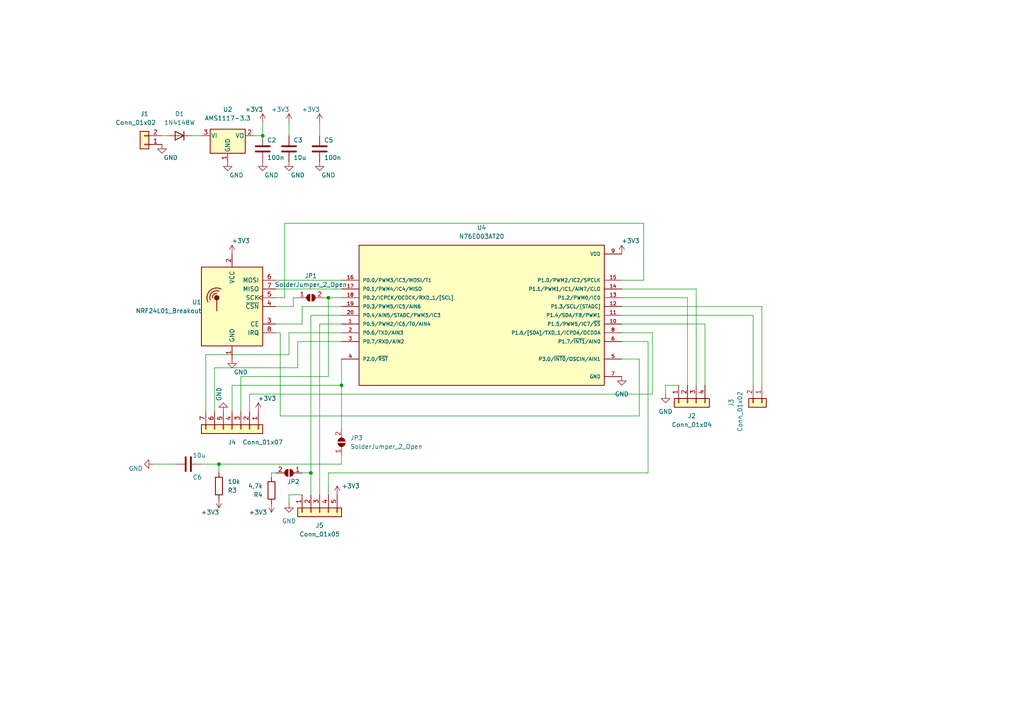
<source format=kicad_sch>
(kicad_sch (version 20211123) (generator eeschema)
  (paper "A4")
  (lib_symbols
    (symbol "Connector_Generic:Conn_01x02" (pin_names (offset 1.016) hide)
      (property "Reference" "J" (at 0 2.54 0))
      (property "Value" "Conn_01x02" (at 0 -5.08 0))
      (symbol "Conn_01x02_1_1"
        (rectangle (start -1.27 -2.413) (end 0 -2.667) (stroke (width 0.1524)))
        (rectangle (start -1.27 0.127) (end 0 -0.127) (stroke (width 0.1524)))
        (rectangle (start -1.27 1.27) (end 1.27 -3.81) (stroke (width 0.254)) (fill (type background)))
        (pin passive line (at -5.08 0 0) (length 3.81) (name "Pin_1") (number "1"))
        (pin passive line (at -5.08 -2.54 0) (length 3.81) (name "Pin_2") (number "2"))
      )
    )
    (symbol "Connector_Generic:Conn_01x04" (pin_names (offset 1.016) hide)
      (property "Reference" "J" (at 0 5.08 0))
      (property "Value" "Conn_01x04" (at 0 -7.62 0))
      (symbol "Conn_01x04_1_1"
        (rectangle (start -1.27 -4.953) (end 0 -5.207) (stroke (width 0.1524)))
        (rectangle (start -1.27 -2.413) (end 0 -2.667) (stroke (width 0.1524)))
        (rectangle (start -1.27 0.127) (end 0 -0.127) (stroke (width 0.1524)))
        (rectangle (start -1.27 2.667) (end 0 2.413) (stroke (width 0.1524)))
        (rectangle (start -1.27 3.81) (end 1.27 -6.35) (stroke (width 0.254)) (fill (type background)))
        (pin passive line (at -5.08 2.54 0) (length 3.81) (name "Pin_1") (number "1"))
        (pin passive line (at -5.08 0 0) (length 3.81) (name "Pin_2") (number "2"))
        (pin passive line (at -5.08 -2.54 0) (length 3.81) (name "Pin_3") (number "3"))
        (pin passive line (at -5.08 -5.08 0) (length 3.81) (name "Pin_4") (number "4"))
      )
    )
    (symbol "Connector_Generic:Conn_01x05" (pin_names (offset 1.016) hide)
      (property "Reference" "J" (at 0 7.62 0))
      (property "Value" "Conn_01x05" (at 0 -7.62 0))
      (symbol "Conn_01x05_1_1"
        (rectangle (start -1.27 -4.953) (end 0 -5.207) (stroke (width 0.1524)))
        (rectangle (start -1.27 -2.413) (end 0 -2.667) (stroke (width 0.1524)))
        (rectangle (start -1.27 0.127) (end 0 -0.127) (stroke (width 0.1524)))
        (rectangle (start -1.27 2.667) (end 0 2.413) (stroke (width 0.1524)))
        (rectangle (start -1.27 5.207) (end 0 4.953) (stroke (width 0.1524)))
        (rectangle (start -1.27 6.35) (end 1.27 -6.35) (stroke (width 0.254)) (fill (type background)))
        (pin passive line (at -5.08 5.08 0) (length 3.81) (name "Pin_1") (number "1"))
        (pin passive line (at -5.08 2.54 0) (length 3.81) (name "Pin_2") (number "2"))
        (pin passive line (at -5.08 0 0) (length 3.81) (name "Pin_3") (number "3"))
        (pin passive line (at -5.08 -2.54 0) (length 3.81) (name "Pin_4") (number "4"))
        (pin passive line (at -5.08 -5.08 0) (length 3.81) (name "Pin_5") (number "5"))
      )
    )
    (symbol "Connector_Generic:Conn_01x07" (pin_names (offset 1.016) hide)
      (property "Reference" "J" (at 0 10.16 0))
      (property "Value" "Conn_01x07" (at 0 -10.16 0))
      (symbol "Conn_01x07_1_1"
        (rectangle (start -1.27 -7.493) (end 0 -7.747) (stroke (width 0.1524)))
        (rectangle (start -1.27 -4.953) (end 0 -5.207) (stroke (width 0.1524)))
        (rectangle (start -1.27 -2.413) (end 0 -2.667) (stroke (width 0.1524)))
        (rectangle (start -1.27 0.127) (end 0 -0.127) (stroke (width 0.1524)))
        (rectangle (start -1.27 2.667) (end 0 2.413) (stroke (width 0.1524)))
        (rectangle (start -1.27 5.207) (end 0 4.953) (stroke (width 0.1524)))
        (rectangle (start -1.27 7.747) (end 0 7.493) (stroke (width 0.1524)))
        (rectangle (start -1.27 8.89) (end 1.27 -8.89) (stroke (width 0.254)) (fill (type background)))
        (pin passive line (at -5.08 7.62 0) (length 3.81) (name "Pin_1") (number "1"))
        (pin passive line (at -5.08 5.08 0) (length 3.81) (name "Pin_2") (number "2"))
        (pin passive line (at -5.08 2.54 0) (length 3.81) (name "Pin_3") (number "3"))
        (pin passive line (at -5.08 0 0) (length 3.81) (name "Pin_4") (number "4"))
        (pin passive line (at -5.08 -2.54 0) (length 3.81) (name "Pin_5") (number "5"))
        (pin passive line (at -5.08 -5.08 0) (length 3.81) (name "Pin_6") (number "6"))
        (pin passive line (at -5.08 -7.62 0) (length 3.81) (name "Pin_7") (number "7"))
      )
    )
    (symbol "Device:C" (pin_numbers hide) (pin_names (offset 0.254))
      (property "Reference" "C" (at 0.635 2.54 0))
      (property "Value" "C" (at 0.635 -2.54 0))
      (symbol "C_0_1"
        (polyline (pts (xy -2.032 -0.762) (xy 2.032 -0.762)) (stroke (width 0.508)))
        (polyline (pts (xy -2.032 0.762) (xy 2.032 0.762)) (stroke (width 0.508)))
      )
      (symbol "C_1_1"
        (pin passive line (at 0 3.81 270) (length 2.794) (name "~") (number "1"))
        (pin passive line (at 0 -3.81 90) (length 2.794) (name "~") (number "2"))
      )
    )
    (symbol "Device:R" (pin_numbers hide) (pin_names (offset 0))
      (property "Reference" "R" (at 2.032 0 90))
      (property "Value" "R" (at 0 0 90))
      (symbol "R_0_1"
        (rectangle (start -1.016 -2.54) (end 1.016 2.54) (stroke (width 0.254)))
      )
      (symbol "R_1_1"
        (pin passive line (at 0 3.81 270) (length 1.27) (name "~") (number "1"))
        (pin passive line (at 0 -3.81 90) (length 1.27) (name "~") (number "2"))
      )
    )
    (symbol "Diode:1N4148W" (pin_numbers hide) (pin_names (offset 1.016) hide)
      (property "Reference" "D" (at 0 2.54 0))
      (property "Value" "1N4148W" (at 0 -2.54 0))
      (symbol "1N4148W_0_1"
        (polyline (pts (xy -1.27 1.27) (xy -1.27 -1.27)) (stroke (width 0.254)))
        (polyline (pts (xy 1.27 0) (xy -1.27 0)))
        (polyline (pts (xy 1.27 1.27) (xy 1.27 -1.27) (xy -1.27 0) (xy 1.27 1.27)) (stroke (width 0.254)))
      )
      (symbol "1N4148W_1_1"
        (pin passive line (at -3.81 0 0) (length 2.54) (name "K") (number "1"))
        (pin passive line (at 3.81 0 180) (length 2.54) (name "A") (number "2"))
      )
    )
    (symbol "Jumper:SolderJumper_2_Open" (pin_names (offset 0) hide)
      (property "Reference" "JP" (at 0 2.032 0))
      (property "Value" "SolderJumper_2_Open" (at 0 -2.54 0))
      (symbol "SolderJumper_2_Open_0_1"
        (arc (start -0.254 1.016) (mid -1.27 0) (end -0.254 -1.016))
        (arc (start -0.254 1.016) (mid -1.27 0) (end -0.254 -1.016) (fill (type outline)))
        (polyline (pts (xy -0.254 1.016) (xy -0.254 -1.016)))
        (polyline (pts (xy 0.254 1.016) (xy 0.254 -1.016)))
        (arc (start 0.254 -1.016) (mid 1.27 0) (end 0.254 1.016))
        (arc (start 0.254 -1.016) (mid 1.27 0) (end 0.254 1.016) (fill (type outline)))
      )
      (symbol "SolderJumper_2_Open_1_1"
        (pin passive line (at -3.81 0 0) (length 2.54) (name "A") (number "1"))
        (pin passive line (at 3.81 0 180) (length 2.54) (name "B") (number "2"))
      )
    )
    (symbol "N76E003AT20:N76E003AT20" (pin_names (offset 1.016))
      (property "Reference" "U" (at -35.8394 21.1074 0))
      (property "Value" "N76E003AT20" (at -35.5854 -22.8854 0))
      (symbol "N76E003AT20_0_0"
        (rectangle (start -35.56 -20.32) (end 35.56 20.32) (stroke (width 0.254)) (fill (type background)))
        (pin bidirectional line (at -40.64 -2.54 0) (length 5.08) (name "P0.5/PWM2/IC6/T0/AIN4") (number "1"))
        (pin bidirectional line (at 40.64 -2.54 180) (length 5.08) (name "P1.5/PWM5/IC7/~{SS}") (number "10"))
        (pin bidirectional line (at 40.64 0 180) (length 5.08) (name "P1.4/SDA/FB/PWM1") (number "11"))
        (pin bidirectional line (at 40.64 2.54 180) (length 5.08) (name "P1.3/SCL/[STADC]") (number "12"))
        (pin bidirectional line (at 40.64 5.08 180) (length 5.08) (name "P1.2/PWM0/IC0") (number "13"))
        (pin bidirectional line (at 40.64 7.62 180) (length 5.08) (name "P1.1/PWM1/IC1/AIN7/CLO") (number "14"))
        (pin bidirectional line (at 40.64 10.16 180) (length 5.08) (name "P1.0/PWM2/IC2/SPCLK") (number "15"))
        (pin bidirectional line (at -40.64 10.16 0) (length 5.08) (name "P0.0/PWM3/IC3/MOSI/T1") (number "16"))
        (pin bidirectional line (at -40.64 7.62 0) (length 5.08) (name "P0.1/PWM4/IC4/MISO") (number "17"))
        (pin bidirectional line (at -40.64 5.08 0) (length 5.08) (name "P0.2/ICPCK/OCDCK/RXD_1/[SCL]") (number "18"))
        (pin bidirectional line (at -40.64 2.54 0) (length 5.08) (name "P0.3/PWM5/IC5/AIN6") (number "19"))
        (pin bidirectional line (at -40.64 -5.08 0) (length 5.08) (name "P0.6/TXD/AIN3") (number "2"))
        (pin bidirectional line (at -40.64 0 0) (length 5.08) (name "P0.4/AIN5/STADC/PWM3/IC3") (number "20"))
        (pin bidirectional line (at -40.64 -7.62 0) (length 5.08) (name "P0.7/RXD/AIN2") (number "3"))
        (pin bidirectional line (at -40.64 -12.7 0) (length 5.08) (name "P2.0/~{RST}") (number "4"))
        (pin bidirectional line (at 40.64 -12.7 180) (length 5.08) (name "P3.0/~{INT0}/OSCIN/AIN1") (number "5"))
        (pin bidirectional line (at 40.64 -7.62 180) (length 5.08) (name "P1.7/~{INT1}/AIN0") (number "6"))
        (pin power_in line (at 40.64 -17.78 180) (length 5.08) (name "GND") (number "7"))
        (pin bidirectional line (at 40.64 -5.08 180) (length 5.08) (name "P1.6/[SDA]/TXD_1/ICPDA/OCDDA") (number "8"))
        (pin power_in line (at 40.64 17.78 180) (length 5.08) (name "VDD") (number "9"))
      )
    )
    (symbol "RF:NRF24L01_Breakout" (pin_names (offset 1.016))
      (property "Reference" "U" (at -8.89 12.7 0))
      (property "Value" "NRF24L01_Breakout" (at 3.81 12.7 0))
      (symbol "NRF24L01_Breakout_0_1"
        (rectangle (start -8.89 11.43) (end 8.89 -11.43) (stroke (width 0.254)) (fill (type background)))
        (polyline (pts (xy 4.445 1.905) (xy 4.445 -1.27)) (stroke (width 0.254)))
        (circle (center 4.445 2.54) (radius 0.635) (stroke (width 0.254)) (fill (type outline)))
        (arc (start 5.715 2.54) (mid 5.3559 3.4509) (end 4.445 3.81) (stroke (width 0.254)))
        (arc (start 6.35 1.905) (mid 5.8833 3.9783) (end 3.81 4.445) (stroke (width 0.254)))
        (arc (start 6.985 1.27) (mid 6.453 4.548) (end 3.175 5.08) (stroke (width 0.254)))
      )
      (symbol "NRF24L01_Breakout_1_1"
        (pin power_in line (at 0 -15.24 90) (length 3.81) (name "GND") (number "1"))
        (pin power_in line (at 0 15.24 270) (length 3.81) (name "VCC") (number "2"))
        (pin input line (at -12.7 -5.08 0) (length 3.81) (name "CE") (number "3"))
        (pin input line (at -12.7 0 0) (length 3.81) (name "~{CSN}") (number "4"))
        (pin input clock (at -12.7 2.54 0) (length 3.81) (name "SCK") (number "5"))
        (pin input line (at -12.7 7.62 0) (length 3.81) (name "MOSI") (number "6"))
        (pin output line (at -12.7 5.08 0) (length 3.81) (name "MISO") (number "7"))
        (pin output line (at -12.7 -7.62 0) (length 3.81) (name "IRQ") (number "8"))
      )
    )
    (symbol "Regulator_Linear:AMS1117-3.3" (pin_names (offset 0.254))
      (property "Reference" "U" (at -3.81 3.175 0))
      (property "Value" "AMS1117-3.3" (at 0 3.175 0))
      (symbol "AMS1117-3.3_0_1"
        (rectangle (start -5.08 -5.08) (end 5.08 1.905) (stroke (width 0.254)) (fill (type background)))
      )
      (symbol "AMS1117-3.3_1_1"
        (pin power_in line (at 0 -7.62 90) (length 2.54) (name "GND") (number "1"))
        (pin power_out line (at 7.62 0 180) (length 2.54) (name "VO") (number "2"))
        (pin power_in line (at -7.62 0 0) (length 2.54) (name "VI") (number "3"))
      )
    )
    (symbol "power:+3.3V" (power) (pin_names (offset 0))
      (property "Value" "+3.3V" (at 0 3.556 0))
      (symbol "+3.3V_0_1"
        (polyline (pts (xy -0.762 1.27) (xy 0 2.54)))
        (polyline (pts (xy 0 0) (xy 0 2.54)))
        (polyline (pts (xy 0 2.54) (xy 0.762 1.27)))
      )
      (symbol "+3.3V_1_1"
        (pin power_in line (at 0 0 90) (length 0) hide (name "+3V3") (number "1"))
      )
    )
    (symbol "power:GND" (power) (pin_names (offset 0))
      (property "Value" "GND" (at 0 -3.81 0))
      (symbol "GND_0_1"
        (polyline (pts (xy 0 0) (xy 0 -1.27) (xy 1.27 -1.27) (xy 0 -2.54) (xy -1.27 -1.27) (xy 0 -1.27)))
      )
      (symbol "GND_1_1"
        (pin power_in line (at 0 0 270) (length 0) hide (name "GND") (number "1"))
      )
    )
  )
  (junction (at 76.2 39.37))
  (junction (at 90.17 137.16))
  (junction (at 63.5 134.62))
  (junction (at 99.06 111.76))
  (junction (at 95.25 86.36))
  (wire (pts (xy 180.34 93.98) (xy 204.47 93.98)))
  (wire (pts (xy 186.69 64.77) (xy 82.55 64.77)))
  (wire (pts (xy 186.69 81.28) (xy 186.69 64.77)))
  (wire (pts (xy 185.42 104.14) (xy 185.42 120.65)))
  (wire (pts (xy 73.66 39.37) (xy 76.2 39.37)))
  (wire (pts (xy 78.74 137.16) (xy 78.74 138.43)))
  (wire (pts (xy 67.31 119.38) (xy 67.31 111.76)))
  (wire (pts (xy 87.63 88.9) (xy 87.63 93.98)))
  (wire (pts (xy 83.82 96.52) (xy 99.06 96.52)))
  (wire (pts (xy 85.09 86.36) (xy 86.36 86.36)))
  (wire (pts (xy 193.04 111.76) (xy 196.85 111.76)))
  (wire (pts (xy 90.17 137.16) (xy 90.17 143.51)))
  (wire (pts (xy 81.28 120.65) (xy 185.42 120.65)))
  (wire (pts (xy 95.25 137.16) (xy 95.25 143.51)))
  (wire (pts (xy 99.06 93.98) (xy 92.71 93.98)))
  (wire (pts (xy 80.01 88.9) (xy 85.09 88.9)))
  (wire (pts (xy 180.34 99.06) (xy 187.96 99.06)))
  (wire (pts (xy 199.39 86.36) (xy 199.39 111.76)))
  (wire (pts (xy 81.28 120.65) (xy 81.28 96.52)))
  (wire (pts (xy 180.34 86.36) (xy 199.39 86.36)))
  (wire (pts (xy 62.23 106.68) (xy 86.36 106.68)))
  (wire (pts (xy 82.55 64.77) (xy 82.55 86.36)))
  (wire (pts (xy 180.34 81.28) (xy 186.69 81.28)))
  (wire (pts (xy 95.25 86.36) (xy 93.98 86.36)))
  (wire (pts (xy 48.26 39.37) (xy 46.99 39.37)))
  (wire (pts (xy 92.71 93.98) (xy 92.71 143.51)))
  (wire (pts (xy 220.98 88.9) (xy 220.98 111.76)))
  (wire (pts (xy 180.34 104.14) (xy 185.42 104.14)))
  (wire (pts (xy 83.82 146.05) (xy 83.82 143.51)))
  (wire (pts (xy 67.31 111.76) (xy 99.06 111.76)))
  (wire (pts (xy 180.34 91.44) (xy 218.44 91.44)))
  (wire (pts (xy 85.09 86.36) (xy 85.09 88.9)))
  (wire (pts (xy 80.01 93.98) (xy 87.63 93.98)))
  (wire (pts (xy 187.96 137.16) (xy 95.25 137.16)))
  (wire (pts (xy 201.93 83.82) (xy 201.93 111.76)))
  (wire (pts (xy 92.71 39.37) (xy 92.71 35.56)))
  (wire (pts (xy 63.5 137.16) (xy 63.5 134.62)))
  (wire (pts (xy 83.82 102.87) (xy 83.82 96.52)))
  (wire (pts (xy 80.01 81.28) (xy 99.06 81.28)))
  (wire (pts (xy 81.28 96.52) (xy 80.01 96.52)))
  (wire (pts (xy 86.36 106.68) (xy 86.36 99.06)))
  (wire (pts (xy 72.39 114.3) (xy 72.39 119.38)))
  (wire (pts (xy 83.82 143.51) (xy 87.63 143.51)))
  (wire (pts (xy 44.45 134.62) (xy 50.8 134.62)))
  (wire (pts (xy 189.23 114.3) (xy 72.39 114.3)))
  (wire (pts (xy 69.85 109.22) (xy 95.25 109.22)))
  (wire (pts (xy 180.34 96.52) (xy 189.23 96.52)))
  (wire (pts (xy 99.06 91.44) (xy 90.17 91.44)))
  (wire (pts (xy 90.17 137.16) (xy 87.63 137.16)))
  (wire (pts (xy 218.44 91.44) (xy 218.44 111.76)))
  (wire (pts (xy 90.17 91.44) (xy 90.17 137.16)))
  (wire (pts (xy 55.88 39.37) (xy 58.42 39.37)))
  (wire (pts (xy 99.06 88.9) (xy 87.63 88.9)))
  (wire (pts (xy 193.04 114.3) (xy 193.04 111.76)))
  (wire (pts (xy 58.42 134.62) (xy 63.5 134.62)))
  (wire (pts (xy 99.06 134.62) (xy 63.5 134.62)))
  (wire (pts (xy 180.34 88.9) (xy 220.98 88.9)))
  (wire (pts (xy 99.06 104.14) (xy 99.06 111.76)))
  (wire (pts (xy 80.01 137.16) (xy 78.74 137.16)))
  (wire (pts (xy 180.34 83.82) (xy 201.93 83.82)))
  (wire (pts (xy 76.2 39.37) (xy 76.2 35.56)))
  (wire (pts (xy 99.06 132.08) (xy 99.06 134.62)))
  (wire (pts (xy 80.01 83.82) (xy 99.06 83.82)))
  (wire (pts (xy 86.36 99.06) (xy 99.06 99.06)))
  (wire (pts (xy 189.23 96.52) (xy 189.23 114.3)))
  (wire (pts (xy 99.06 111.76) (xy 99.06 124.46)))
  (wire (pts (xy 59.69 119.38) (xy 59.69 102.87)))
  (wire (pts (xy 99.06 86.36) (xy 95.25 86.36)))
  (wire (pts (xy 82.55 86.36) (xy 80.01 86.36)))
  (wire (pts (xy 204.47 93.98) (xy 204.47 111.76)))
  (wire (pts (xy 83.82 39.37) (xy 83.82 35.56)))
  (wire (pts (xy 62.23 119.38) (xy 62.23 106.68)))
  (wire (pts (xy 59.69 102.87) (xy 83.82 102.87)))
  (wire (pts (xy 187.96 99.06) (xy 187.96 137.16)))
  (wire (pts (xy 95.25 109.22) (xy 95.25 86.36)))
  (wire (pts (xy 69.85 119.38) (xy 69.85 109.22)))
  (symbol (lib_id "power:GND") (at 180.34 109.22 0) (mirror y) (unit 1)
    (property "Reference" "#PWR0108" (effects hide))
    (property "Value" "GND" (at 180.34 114.3 0))
  )
  (symbol (lib_id "power:+3.3V") (at 180.34 73.66 0) (unit 1)
    (property "Reference" "#PWR0102" (effects hide))
    (property "Value" "+3.3V" (at 182.88 69.85 0))
  )
  (symbol (lib_id "power:+3.3V") (at 63.5 144.78 0) (mirror x) (unit 1)
    (property "Reference" "#PWR015" (effects hide))
    (property "Value" "+3.3V" (at 60.96 148.59 0))
  )
  (symbol (lib_id "Device:C") (at 92.71 43.18 0) (unit 1)
    (property "Reference" "C5" (at 93.98 40.64 0) (effects (justify left)))
    (property "Value" "100n" (at 93.98 45.72 0) (effects (justify left)))
    (property "Footprint" "Capacitor_SMD:C_0805_2012Metric" (effects hide))
  )
  (symbol (lib_id "Connector_Generic:Conn_01x07") (at 67.31 124.46 270) (unit 1)
    (property "Reference" "J4" (at 67.31 128.27 90))
    (property "Value" "Conn_01x07" (at 76.2 128.27 90))
    (property "Footprint" "Connector_PinHeader_2.54mm:PinHeader_1x07_P2.54mm_Vertical" (effects hide))
  )
  (symbol (lib_id "power:GND") (at 64.77 119.38 0) (mirror x) (unit 1)
    (property "Reference" "#PWR0106" (effects hide))
    (property "Value" "GND" (at 63.5 114.3 90))
  )
  (symbol (lib_id "power:GND") (at 44.45 134.62 270) (mirror x) (unit 1)
    (property "Reference" "#PWR06" (effects hide))
    (property "Value" "GND" (at 39.37 135.89 90))
  )
  (symbol (lib_id "Jumper:SolderJumper_2_Open") (at 83.82 137.16 180) (unit 1)
    (property "Reference" "JP2" (at 85.09 139.7 0))
    (property "Value" "SolderJumper_2_Open" (effects hide))
    (property "Footprint" "Jumper:SolderJumper-2_P1.3mm_Open_TrianglePad1.0x1.5mm" (effects hide))
  )
  (symbol (lib_id "power:GND") (at 83.82 46.99 0) (unit 1)
    (property "Reference" "#PWR09" (effects hide))
    (property "Value" "GND" (at 86.36 50.8 0))
  )
  (symbol (lib_id "power:GND") (at 92.71 46.99 0) (unit 1)
    (property "Reference" "#PWR013" (effects hide))
    (property "Value" "GND" (at 95.25 50.8 0))
  )
  (symbol (lib_id "power:GND") (at 83.82 146.05 0) (unit 1)
    (property "Reference" "#PWR0105" (effects hide))
    (property "Value" "GND" (at 83.82 151.13 0))
  )
  (symbol (lib_id "power:+3.3V") (at 78.74 146.05 0) (mirror x) (unit 1)
    (property "Reference" "#PWR023" (effects hide))
    (property "Value" "+3.3V" (at 77.47 148.59 0) (effects (justify right)))
  )
  (symbol (lib_id "power:GND") (at 66.04 46.99 0) (unit 1)
    (property "Reference" "#PWR02" (effects hide))
    (property "Value" "GND" (at 68.58 50.8 0))
  )
  (symbol (lib_id "RF:NRF24L01_Breakout") (at 67.31 88.9 0) (mirror y) (unit 1)
    (property "Reference" "U1" (at 58.42 87.6299 0) (effects (justify left)))
    (property "Value" "NRF24L01_Breakout" (at 58.42 90.1699 0) (effects (justify left)))
    (property "Footprint" "RF_Module:nRF24L01_Breakout" (effects hide))
    (property "Datasheet" "http://www.nordicsemi.com/eng/content/download/2730/34105/file/nRF24L01_Product_Specification_v2_0.pdf" (effects hide))
  )
  (symbol (lib_id "Connector_Generic:Conn_01x04") (at 199.39 116.84 90) (mirror x) (unit 1)
    (property "Reference" "J2" (at 200.66 120.65 90))
    (property "Value" "Conn_01x04" (at 200.66 123.19 90))
    (property "Footprint" "Connector_PinHeader_2.54mm:PinHeader_1x04_P2.54mm_Vertical" (effects hide))
  )
  (symbol (lib_id "power:+3.3V") (at 83.82 35.56 0) (unit 1)
    (property "Reference" "#PWR08" (effects hide))
    (property "Value" "+3.3V" (at 81.28 31.75 0))
  )
  (symbol (lib_id "Jumper:SolderJumper_2_Open") (at 99.06 128.27 90) (unit 1)
    (property "Reference" "JP3" (at 101.6 126.9999 90) (effects (justify right)))
    (property "Value" "SolderJumper_2_Open" (at 101.6 129.5399 90) (effects (justify right)))
    (property "Footprint" "Jumper:SolderJumper-2_P1.3mm_Open_TrianglePad1.0x1.5mm" (effects hide))
  )
  (symbol (lib_id "power:+3.3V") (at 97.79 143.51 0) (mirror y) (unit 1)
    (property "Reference" "#PWR0104" (effects hide))
    (property "Value" "+3.3V" (at 99.06 140.97 0) (effects (justify right)))
  )
  (symbol (lib_id "Device:R") (at 78.74 142.24 180) (unit 1)
    (property "Reference" "R4" (at 76.2 143.5101 0) (effects (justify left)))
    (property "Value" "4,7k" (at 76.2 140.9701 0) (effects (justify left)))
    (property "Footprint" "Resistor_SMD:R_0805_2012Metric" (effects hide))
  )
  (symbol (lib_id "power:+3.3V") (at 92.71 35.56 0) (unit 1)
    (property "Reference" "#PWR012" (effects hide))
    (property "Value" "+3.3V" (at 90.17 31.75 0))
  )
  (symbol (lib_id "Device:C") (at 54.61 134.62 270) (mirror x) (unit 1)
    (property "Reference" "C6" (at 55.88 138.43 90) (effects (justify left)))
    (property "Value" "10u" (at 55.88 132.08 90) (effects (justify left)))
    (property "Footprint" "Capacitor_SMD:C_0805_2012Metric" (effects hide))
  )
  (symbol (lib_id "power:GND") (at 46.99 41.91 0) (unit 1)
    (property "Reference" "#PWR01" (effects hide))
    (property "Value" "GND" (at 49.53 45.72 0))
  )
  (symbol (lib_id "Device:C") (at 83.82 43.18 0) (unit 1)
    (property "Reference" "C3" (at 85.09 40.64 0) (effects (justify left)))
    (property "Value" "10u" (at 85.09 45.72 0) (effects (justify left)))
    (property "Footprint" "Capacitor_SMD:C_0805_2012Metric" (effects hide))
  )
  (symbol (lib_id "Regulator_Linear:AMS1117-3.3") (at 66.04 39.37 0) (unit 1)
    (property "Reference" "U2" (at 66.04 31.75 0))
    (property "Value" "AMS1117-3.3" (at 66.04 34.29 0))
    (property "Footprint" "Package_TO_SOT_SMD:SOT-223-3_TabPin2" (effects hide))
    (property "Datasheet" "http://www.advanced-monolithic.com/pdf/ds1117.pdf" (effects hide))
  )
  (symbol (lib_id "power:GND") (at 76.2 46.99 0) (unit 1)
    (property "Reference" "#PWR05" (effects hide))
    (property "Value" "GND" (at 78.74 50.8 0))
  )
  (symbol (lib_id "power:GND") (at 67.31 104.14 0) (mirror y) (unit 1)
    (property "Reference" "#PWR0107" (effects hide))
    (property "Value" "GND" (at 69.85 107.95 0))
  )
  (symbol (lib_id "Connector_Generic:Conn_01x02") (at 220.98 116.84 270) (unit 1)
    (property "Reference" "J3" (at 212.09 116.84 0))
    (property "Value" "Conn_01x02" (at 214.63 119.38 0))
    (property "Footprint" "Connector_PinHeader_2.54mm:PinHeader_1x02_P2.54mm_Vertical" (effects hide))
  )
  (symbol (lib_id "N76E003AT20:N76E003AT20") (at 139.7 91.44 0) (unit 1)
    (property "Reference" "U4" (at 139.7 66.04 0))
    (property "Value" "N76E003AT20" (at 139.7 68.58 0))
    (property "Footprint" "SOP65P640X120-20N" (effects hide))
    (property "MANUFACTURER" "NUVOTON" (effects hide))
    (property "STANDARD" "IPC 7351B" (effects hide))
    (property "PARTREV" "1.04" (effects hide))
  )
  (symbol (lib_id "Device:C") (at 76.2 43.18 0) (unit 1)
    (property "Reference" "C2" (at 77.47 40.64 0) (effects (justify left)))
    (property "Value" "100n" (at 77.47 45.72 0) (effects (justify left)))
    (property "Footprint" "Capacitor_SMD:C_0805_2012Metric" (effects hide))
  )
  (symbol (lib_id "power:+3.3V") (at 67.31 73.66 0) (mirror y) (unit 1)
    (property "Reference" "#PWR0103" (effects hide))
    (property "Value" "+3.3V" (at 69.85 69.85 0))
  )
  (symbol (lib_id "Diode:1N4148W") (at 52.07 39.37 180) (unit 1)
    (property "Reference" "D1" (at 52.07 33.02 0))
    (property "Value" "1N4148W" (at 52.07 35.56 0))
    (property "Footprint" "Diode_SMD:D_SOD-123" (effects hide))
    (property "Datasheet" "https://www.vishay.com/docs/85748/1n4148w.pdf" (effects hide))
  )
  (symbol (lib_id "Device:R") (at 63.5 140.97 0) (mirror x) (unit 1)
    (property "Reference" "R3" (at 66.04 142.2401 0) (effects (justify left)))
    (property "Value" "10k" (at 66.04 139.7001 0) (effects (justify left)))
    (property "Footprint" "Resistor_SMD:R_0805_2012Metric" (effects hide))
  )
  (symbol (lib_id "power:+3.3V") (at 74.93 119.38 0) (mirror y) (unit 1)
    (property "Reference" "#PWR0101" (effects hide))
    (property "Value" "+3.3V" (at 77.47 115.57 0))
  )
  (symbol (lib_id "Connector_Generic:Conn_01x02") (at 41.91 41.91 180) (unit 1)
    (property "Reference" "J1" (at 41.91 33.02 0))
    (property "Value" "Conn_01x02" (at 39.37 35.56 0))
    (property "Footprint" "Connector_PinHeader_2.54mm:PinHeader_1x02_P2.54mm_Vertical" (effects hide))
  )
  (symbol (lib_id "power:+3.3V") (at 76.2 35.56 0) (unit 1)
    (property "Reference" "#PWR04" (effects hide))
    (property "Value" "+3.3V" (at 73.66 31.75 0))
  )
  (symbol (lib_id "Connector_Generic:Conn_01x05") (at 92.71 148.59 90) (mirror x) (unit 1)
    (property "Reference" "J5" (at 92.71 152.4 90))
    (property "Value" "Conn_01x05" (at 92.71 154.94 90))
    (property "Footprint" "Connector_PinHeader_2.54mm:PinHeader_1x05_P2.54mm_Vertical" (effects hide))
  )
  (symbol (lib_id "power:GND") (at 193.04 114.3 0) (unit 1)
    (property "Reference" "#PWR011" (effects hide))
    (property "Value" "GND" (at 193.04 119.38 0))
  )
  (symbol (lib_id "Jumper:SolderJumper_2_Open") (at 90.17 86.36 0) (unit 1)
    (property "Reference" "JP1" (at 90.17 80.01 0))
    (property "Value" "SolderJumper_2_Open" (at 90.17 82.55 0))
    (property "Footprint" "Jumper:SolderJumper-2_P1.3mm_Open_TrianglePad1.0x1.5mm" (effects hide))
  )
)
</source>
